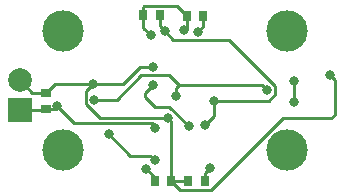
<source format=gbr>
%TF.GenerationSoftware,KiCad,Pcbnew,5.1.10*%
%TF.CreationDate,2021-07-28T16:13:43-07:00*%
%TF.ProjectId,exocam_charge_amp,65786f63-616d-45f6-9368-617267655f61,rev?*%
%TF.SameCoordinates,Original*%
%TF.FileFunction,Copper,L2,Bot*%
%TF.FilePolarity,Positive*%
%FSLAX46Y46*%
G04 Gerber Fmt 4.6, Leading zero omitted, Abs format (unit mm)*
G04 Created by KiCad (PCBNEW 5.1.10) date 2021-07-28 16:13:43*
%MOMM*%
%LPD*%
G01*
G04 APERTURE LIST*
%TA.AperFunction,SMDPad,CuDef*%
%ADD10R,0.725000X0.900000*%
%TD*%
%TA.AperFunction,SMDPad,CuDef*%
%ADD11R,0.900000X0.725000*%
%TD*%
%TA.AperFunction,SMDPad,CuDef*%
%ADD12C,2.000000*%
%TD*%
%TA.AperFunction,SMDPad,CuDef*%
%ADD13R,2.000000X2.000000*%
%TD*%
%TA.AperFunction,ComponentPad*%
%ADD14C,3.500000*%
%TD*%
%TA.AperFunction,ViaPad*%
%ADD15C,0.800000*%
%TD*%
%TA.AperFunction,Conductor*%
%ADD16C,0.250000*%
%TD*%
G04 APERTURE END LIST*
D10*
%TO.P,R7,2*%
%TO.N,UNAMP3*%
X59283600Y-57658000D03*
%TO.P,R7,1*%
%TO.N,VGND*%
X57908600Y-57658000D03*
%TD*%
%TO.P,R5,2*%
%TO.N,UNAMP2*%
X62970000Y-57734200D03*
%TO.P,R5,1*%
%TO.N,VGND*%
X61595000Y-57734200D03*
%TD*%
D11*
%TO.P,R4,2*%
%TO.N,UNAMP1*%
X49682400Y-65608200D03*
%TO.P,R4,1*%
%TO.N,VGND*%
X49682400Y-64233200D03*
%TD*%
D10*
%TO.P,R2,2*%
%TO.N,GND*%
X58864500Y-71691500D03*
%TO.P,R2,1*%
%TO.N,VGND*%
X60239500Y-71691500D03*
%TD*%
%TO.P,R1,2*%
%TO.N,VGND*%
X61722000Y-71691500D03*
%TO.P,R1,1*%
%TO.N,+3V3*%
X63097000Y-71691500D03*
%TD*%
D12*
%TO.P,BZ1,2*%
%TO.N,VGND*%
X47472600Y-63195200D03*
D13*
%TO.P,BZ1,1*%
%TO.N,UNAMP1*%
X47472600Y-65695200D03*
%TD*%
D14*
%TO.P,H1,1*%
%TO.N,N/C*%
X70117500Y-69055000D03*
%TD*%
%TO.P,H4,1*%
%TO.N,N/C*%
X51117500Y-59055000D03*
%TD*%
%TO.P,H3,1*%
%TO.N,N/C*%
X51117500Y-69055000D03*
%TD*%
%TO.P,H2,1*%
%TO.N,N/C*%
X70117500Y-59055000D03*
%TD*%
D15*
%TO.N,VGND*%
X53619400Y-63500000D03*
X59994800Y-66395600D03*
X73685400Y-62712600D03*
X58724800Y-62052200D03*
X58547000Y-59385200D03*
X61391800Y-58953400D03*
%TO.N,UNAMP1*%
X50571400Y-65405000D03*
X58877200Y-67208400D03*
%TO.N,UNAMP2*%
X62509400Y-59080400D03*
X70686750Y-63219150D03*
X70688200Y-65049400D03*
%TO.N,UNAMP3*%
X59715400Y-59055000D03*
X63901400Y-64942800D03*
X63144400Y-67005200D03*
%TO.N,AMP1*%
X58902600Y-69977000D03*
X54965600Y-67767200D03*
%TO.N,AMP3*%
X58750200Y-63601600D03*
X61737801Y-67065599D03*
%TO.N,+3V3*%
X63531750Y-70643750D03*
%TO.N,GND*%
X58166000Y-70675500D03*
X68351400Y-64033400D03*
X53771800Y-64846200D03*
X60706000Y-64490600D03*
%TD*%
D16*
%TO.N,VGND*%
X61722000Y-71691500D02*
X60239500Y-71691500D01*
X50415600Y-63500000D02*
X49682400Y-64233200D01*
X53619400Y-63500000D02*
X50415600Y-63500000D01*
X60239500Y-71691500D02*
X60239500Y-66691100D01*
X60239500Y-66691100D02*
X59994800Y-66395600D01*
X59994800Y-66395600D02*
X59994800Y-66446400D01*
X53046799Y-64072601D02*
X53619400Y-63500000D01*
X59994800Y-66395600D02*
X54248198Y-66395600D01*
X74117200Y-63627000D02*
X74117200Y-63144400D01*
X74117200Y-63144400D02*
X73685400Y-62712600D01*
X73685400Y-62712600D02*
X73685400Y-62712600D01*
X48510600Y-64233200D02*
X49682400Y-64233200D01*
X47472600Y-63195200D02*
X48510600Y-64233200D01*
X58724800Y-62052200D02*
X58724800Y-62001400D01*
X57908600Y-57658000D02*
X57908600Y-58746800D01*
X57908600Y-58746800D02*
X58547000Y-59385200D01*
X58547000Y-59385200D02*
X58547000Y-59385200D01*
X61595000Y-57734200D02*
X61595000Y-58750200D01*
X61595000Y-58750200D02*
X61391800Y-58953400D01*
X61391800Y-58953400D02*
X61391800Y-58953400D01*
X60743799Y-56882999D02*
X61595000Y-57734200D01*
X57983601Y-56882999D02*
X60743799Y-56882999D01*
X57908600Y-56958000D02*
X57983601Y-56882999D01*
X57908600Y-57658000D02*
X57908600Y-56958000D01*
X53046799Y-65194201D02*
X54248198Y-66395600D01*
X53046799Y-64072601D02*
X53046799Y-65194201D01*
X74117200Y-66116200D02*
X74117200Y-65100200D01*
X73837800Y-66395600D02*
X74117200Y-66116200D01*
X74117200Y-65100200D02*
X74117200Y-63627000D01*
X74117200Y-65303400D02*
X74117200Y-65100200D01*
X69705898Y-66395600D02*
X73837800Y-66395600D01*
X63634997Y-72466501D02*
X69705898Y-66395600D01*
X61014501Y-72466501D02*
X63634997Y-72466501D01*
X60239500Y-71691500D02*
X61014501Y-72466501D01*
X53619400Y-63500000D02*
X56184800Y-63500000D01*
X57632600Y-62052200D02*
X58724800Y-62052200D01*
X56184800Y-63500000D02*
X57632600Y-62052200D01*
%TO.N,UNAMP1*%
X49682400Y-65608200D02*
X50368200Y-65608200D01*
X50368200Y-65608200D02*
X50571400Y-65405000D01*
X50571400Y-65405000D02*
X50571400Y-65405000D01*
X49595400Y-65695200D02*
X49682400Y-65608200D01*
X47472600Y-65695200D02*
X49595400Y-65695200D01*
X52012010Y-66845610D02*
X50571400Y-65405000D01*
X58877200Y-67056000D02*
X58666810Y-66845610D01*
X58666810Y-66845610D02*
X52012010Y-66845610D01*
X58877200Y-67208400D02*
X58877200Y-67056000D01*
%TO.N,UNAMP2*%
X62970000Y-57734200D02*
X62970000Y-58619800D01*
X62970000Y-58619800D02*
X62509400Y-59080400D01*
X62509400Y-59080400D02*
X62509400Y-59080400D01*
X70686750Y-63219150D02*
X70686750Y-64568250D01*
X70686750Y-64568250D02*
X70688200Y-65049400D01*
X70688200Y-65049400D02*
X70686750Y-65200350D01*
%TO.N,UNAMP3*%
X59283600Y-57658000D02*
X59283600Y-58623200D01*
X59283600Y-58623200D02*
X59715400Y-59055000D01*
X59715400Y-59055000D02*
X59715400Y-59055000D01*
X60465801Y-59805401D02*
X59715400Y-59055000D01*
X65196403Y-59805401D02*
X60465801Y-59805401D01*
X69076401Y-63685399D02*
X65196403Y-59805401D01*
X69076401Y-64381401D02*
X69076401Y-63685399D01*
X68515002Y-64942800D02*
X69076401Y-64381401D01*
X63901400Y-64942800D02*
X68515002Y-64942800D01*
X63901400Y-64942800D02*
X63901400Y-66248200D01*
X63901400Y-66248200D02*
X63144400Y-67005200D01*
X63144400Y-67005200D02*
X63144400Y-67005200D01*
%TO.N,AMP1*%
X58502601Y-69577001D02*
X56775401Y-69577001D01*
X58902600Y-69977000D02*
X58502601Y-69577001D01*
X56775401Y-69577001D02*
X54965600Y-67767200D01*
X54965600Y-67767200D02*
X54965600Y-67767200D01*
%TO.N,AMP3*%
X58750200Y-63601600D02*
X58089800Y-64262000D01*
X58089800Y-64262000D02*
X58089800Y-64617600D01*
X58089800Y-64617600D02*
X58928000Y-65455800D01*
X60128002Y-65455800D02*
X61737801Y-67065599D01*
X58928000Y-65455800D02*
X60128002Y-65455800D01*
X61737801Y-67065599D02*
X61747400Y-67075198D01*
%TO.N,+3V3*%
X63097000Y-71691500D02*
X63097000Y-71078500D01*
X63097000Y-71078500D02*
X63531750Y-70643750D01*
X63531750Y-70643750D02*
X63627000Y-70548500D01*
%TO.N,GND*%
X58864500Y-71691500D02*
X58864500Y-71374000D01*
X58864500Y-71374000D02*
X58166000Y-70675500D01*
X58166000Y-70675500D02*
X58166000Y-70675500D01*
X53771800Y-64846200D02*
X53746400Y-64871600D01*
X67945000Y-63627000D02*
X68351400Y-64033400D01*
X60960000Y-63627000D02*
X67945000Y-63627000D01*
X60110201Y-62777201D02*
X60960000Y-63627000D01*
X55653602Y-64846200D02*
X57722601Y-62777201D01*
X53771800Y-64846200D02*
X55653602Y-64846200D01*
X57722601Y-62777201D02*
X60110201Y-62777201D01*
X60706000Y-63881000D02*
X60960000Y-63627000D01*
X60706000Y-64490600D02*
X60706000Y-63881000D01*
%TD*%
M02*

</source>
